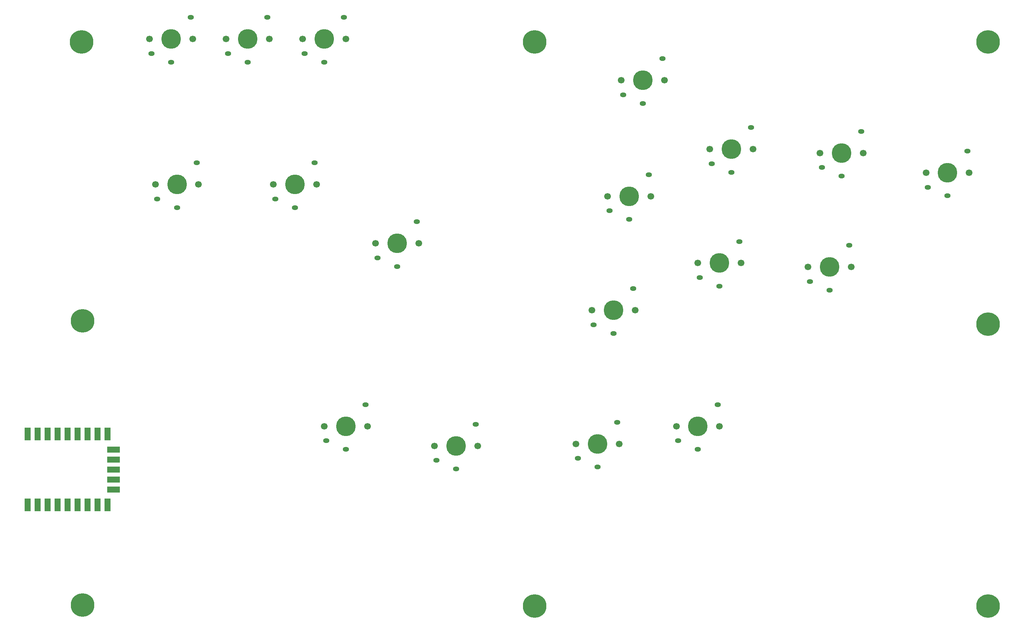
<source format=gbr>
%TF.GenerationSoftware,KiCad,Pcbnew,8.0.4*%
%TF.CreationDate,2024-09-01T11:28:24+09:00*%
%TF.ProjectId,nzx,6e7a782e-6b69-4636-9164-5f7063625858,rev?*%
%TF.SameCoordinates,Original*%
%TF.FileFunction,Soldermask,Top*%
%TF.FilePolarity,Negative*%
%FSLAX46Y46*%
G04 Gerber Fmt 4.6, Leading zero omitted, Abs format (unit mm)*
G04 Created by KiCad (PCBNEW 8.0.4) date 2024-09-01 11:28:24*
%MOMM*%
%LPD*%
G01*
G04 APERTURE LIST*
%ADD10O,1.600000X1.200000*%
%ADD11C,1.700000*%
%ADD12C,5.000000*%
%ADD13R,1.600000X3.200000*%
%ADD14R,3.200000X1.600000*%
%ADD15C,6.000000*%
G04 APERTURE END LIST*
D10*
%TO.C,R2(RB)1*%
X241500000Y-44000000D03*
X236500000Y-55400000D03*
X231500000Y-53200000D03*
D11*
X242000000Y-49500000D03*
D12*
X236500000Y-49500000D03*
D11*
X231000000Y-49500000D03*
%TD*%
%TO.C,L2(LB)1*%
X204010000Y-44500000D03*
D12*
X209510000Y-44500000D03*
D11*
X215010000Y-44500000D03*
D10*
X204510000Y-48200000D03*
X209510000Y-50400000D03*
X214510000Y-39000000D03*
%TD*%
D11*
%TO.C,B4(Y)1*%
X176000000Y-43500000D03*
D12*
X181500000Y-43500000D03*
D11*
X187000000Y-43500000D03*
D10*
X176500000Y-47200000D03*
X181500000Y-49400000D03*
X186500000Y-38000000D03*
%TD*%
D11*
%TO.C,R1(R)1*%
X153500000Y-26000000D03*
D12*
X159000000Y-26000000D03*
D11*
X164500000Y-26000000D03*
D10*
X154000000Y-29700000D03*
X159000000Y-31900000D03*
X164000000Y-20500000D03*
%TD*%
D11*
%TO.C,B3(X)1*%
X150000000Y-55500000D03*
D12*
X155500000Y-55500000D03*
D11*
X161000000Y-55500000D03*
D10*
X150500000Y-59200000D03*
X155500000Y-61400000D03*
X160500000Y-50000000D03*
%TD*%
D11*
%TO.C,L1(L)1*%
X201000000Y-73500000D03*
D12*
X206500000Y-73500000D03*
D11*
X212000000Y-73500000D03*
D10*
X201500000Y-77200000D03*
X206500000Y-79400000D03*
X211500000Y-68000000D03*
%TD*%
D11*
%TO.C,B2(B)1*%
X173000000Y-72500000D03*
D12*
X178500000Y-72500000D03*
D11*
X184000000Y-72500000D03*
D10*
X173500000Y-76200000D03*
X178500000Y-78400000D03*
X183500000Y-67000000D03*
%TD*%
%TO.C,B1(A)1*%
X156500000Y-79000000D03*
X151500000Y-90400000D03*
X146500000Y-88200000D03*
D11*
X157000000Y-84500000D03*
D12*
X151500000Y-84500000D03*
D11*
X146000000Y-84500000D03*
%TD*%
D10*
%TO.C,R3(RS)1*%
X178000000Y-108500000D03*
X173000000Y-119900000D03*
X168000000Y-117700000D03*
D11*
X178500000Y-114000000D03*
D12*
X173000000Y-114000000D03*
D11*
X167500000Y-114000000D03*
%TD*%
%TO.C,LEFT1*%
X35000000Y-52500000D03*
D12*
X40500000Y-52500000D03*
D11*
X46000000Y-52500000D03*
D10*
X35500000Y-56200000D03*
X40500000Y-58400000D03*
X45500000Y-47000000D03*
%TD*%
%TO.C,DOWN1*%
X75500000Y-47000000D03*
X70500000Y-58400000D03*
X65500000Y-56200000D03*
D11*
X76000000Y-52500000D03*
D12*
X70500000Y-52500000D03*
D11*
X65000000Y-52500000D03*
%TD*%
D10*
%TO.C,A1(GUIDE)1*%
X88500000Y-108500000D03*
X83500000Y-119900000D03*
X78500000Y-117700000D03*
D11*
X89000000Y-114000000D03*
D12*
X83500000Y-114000000D03*
D11*
X78000000Y-114000000D03*
%TD*%
%TO.C,RIGHT1*%
X91000000Y-67500000D03*
D12*
X96500000Y-67500000D03*
D11*
X102000000Y-67500000D03*
D10*
X91500000Y-71200000D03*
X96500000Y-73400000D03*
X101500000Y-62000000D03*
%TD*%
D11*
%TO.C,UP1*%
X106000000Y-119000000D03*
D12*
X111500000Y-119000000D03*
D11*
X117000000Y-119000000D03*
D10*
X106500000Y-122700000D03*
X111500000Y-124900000D03*
X116500000Y-113500000D03*
%TD*%
D13*
%TO.C,RZ1*%
X5040000Y-134000000D03*
X2500000Y-134000000D03*
X7580000Y-134000000D03*
X10120000Y-134000000D03*
X12660000Y-134000000D03*
X15200000Y-134000000D03*
X17740000Y-134000000D03*
X20280000Y-134000000D03*
X22820000Y-134000000D03*
D14*
X24410000Y-130080000D03*
X24410000Y-127540000D03*
X24410000Y-125000000D03*
X24410000Y-122460000D03*
X24410000Y-119920000D03*
D13*
X22820000Y-116000000D03*
X20280000Y-116000000D03*
X17740000Y-116000000D03*
X15200000Y-116000000D03*
X12660000Y-116000000D03*
X10120000Y-116000000D03*
X7580000Y-116000000D03*
X5040000Y-116000000D03*
X2500000Y-116000000D03*
%TD*%
D15*
%TO.C,H8*%
X246775000Y-159775000D03*
%TD*%
%TO.C,H4*%
X131500000Y-16225000D03*
%TD*%
%TO.C,H5*%
X131500000Y-159775000D03*
%TD*%
%TO.C,H7*%
X246775000Y-16225000D03*
%TD*%
%TO.C,H2*%
X16475000Y-87213375D03*
%TD*%
%TO.C,H1*%
X16225000Y-16225000D03*
%TD*%
D11*
%TO.C,S2(START)1*%
X72500000Y-15500000D03*
D12*
X78000000Y-15500000D03*
D11*
X83500000Y-15500000D03*
D10*
X73000000Y-19200000D03*
X78000000Y-21400000D03*
X83000000Y-10000000D03*
%TD*%
D15*
%TO.C,H6*%
X246775000Y-88000000D03*
%TD*%
D11*
%TO.C,S1(BACK)1*%
X53000000Y-15500000D03*
D12*
X58500000Y-15500000D03*
D11*
X64000000Y-15500000D03*
D10*
X53500000Y-19200000D03*
X58500000Y-21400000D03*
X63500000Y-10000000D03*
%TD*%
D11*
%TO.C,A2(CAPTURE)1*%
X33500000Y-15500000D03*
D12*
X39000000Y-15500000D03*
D11*
X44500000Y-15500000D03*
D10*
X34000000Y-19200000D03*
X39000000Y-21400000D03*
X44000000Y-10000000D03*
%TD*%
D15*
%TO.C,H3*%
X16475000Y-159525000D03*
%TD*%
D10*
%TO.C,L3(LS)1*%
X152500000Y-113000000D03*
X147500000Y-124400000D03*
X142500000Y-122200000D03*
D11*
X153000000Y-118500000D03*
D12*
X147500000Y-118500000D03*
D11*
X142000000Y-118500000D03*
%TD*%
M02*

</source>
